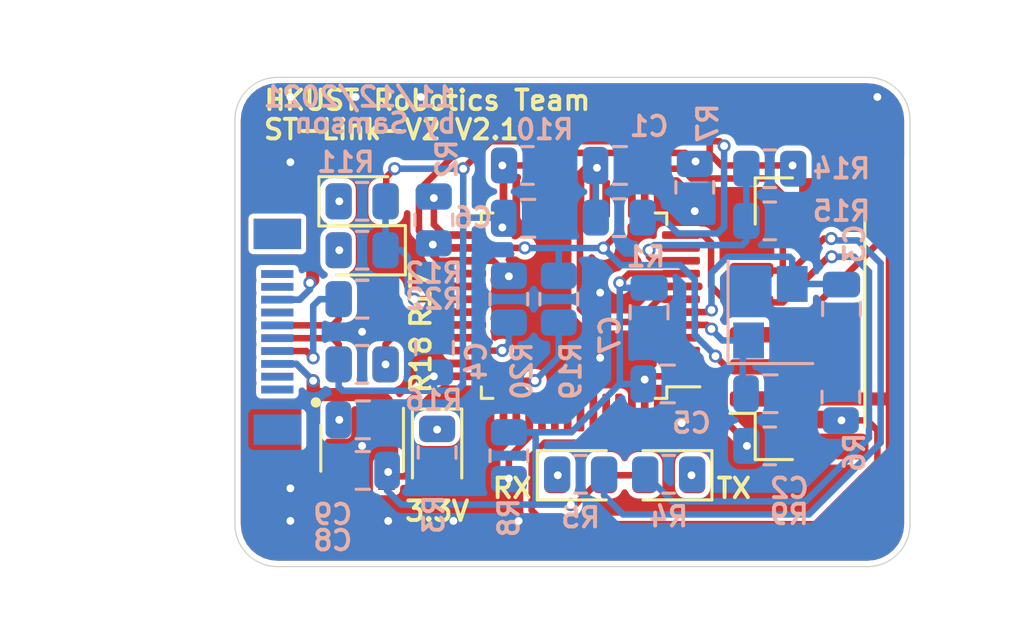
<source format=kicad_pcb>
(kicad_pcb (version 20171130) (host pcbnew "(5.1.10)-1")
  (layers (0 F.Cu signal) (31 B.Cu signal) (34 B.Paste user) (35 F.Paste user) (36 B.SilkS user) (37 F.SilkS user) (38 B.Mask user) (39 F.Mask user) (44 Edge.Cuts user))
  (net 0 "")
  (net 1 /NRST)
  (net 2 GND)
  (net 3 "Net-(C2-Pad1)")
  (net 4 "Net-(C3-Pad1)")
  (net 5 +3V3)
  (net 6 +5V)
  (net 7 "Net-(D1-Pad1)")
  (net 8 "Net-(D2-Pad1)")
  (net 9 "Net-(D3-Pad1)")
  (net 10 "Net-(D4-Pad2)")
  (net 11 "Net-(D5-Pad1)")
  (net 12 /TXD)
  (net 13 /RXD)
  (net 14 "Net-(R6-Pad1)")
  (net 15 "Net-(R7-Pad1)")
  (net 16 "Net-(R8-Pad1)")
  (net 17 "Net-(R9-Pad1)")
  (net 18 "Net-(R10-Pad1)")
  (net 19 /LED_STLINK)
  (net 20 "Net-(R14-Pad1)")
  (net 21 /D-)
  (net 22 /D+)
  (net 23 /ST_SWCLK)
  (net 24 /ST_SWDIO)
  (net 25 "Net-(U1-Pad4)")
  (net 26 "Net-(U1-Pad11)")
  (net 27 "Net-(U1-Pad14)")
  (net 28 "Net-(U1-Pad16)")
  (net 29 "Net-(U1-Pad17)")
  (net 30 "Net-(U1-Pad19)")
  (net 31 "Net-(U1-Pad22)")
  (net 32 "Net-(U1-Pad28)")
  (net 33 "Net-(U1-Pad29)")
  (net 34 "Net-(U1-Pad31)")
  (net 35 "Net-(U1-Pad40)")
  (net 36 "Net-(U1-Pad41)")
  (net 37 "Net-(U1-Pad42)")
  (net 38 "Net-(U1-Pad43)")
  (net 39 "Net-(U1-Pad45)")
  (net 40 "Net-(U1-Pad46)")
  (net 41 "Net-(U2-Pad4)")
  (net 42 /JTCK)
  (net 43 /JTMS)
  (net 44 "Net-(R2-Pad1)")
  (net 45 "Net-(U1-Pad38)")
  (net 46 "Net-(U1-Pad3)")
  (net 47 "Net-(P1-PadA7)")
  (net 48 "Net-(P1-PadA6)")
  (net 49 "Net-(P1-PadA5)")
  (net 50 "Net-(P1-PadB5)")
  (module HKUST_RT_CONN:JST_GH_SM06B-GHS-TB_1x06-1MP_P1.25mm_Horizontal (layer F.Cu) (at 143.002 89.535 90)
    (fp_text reference J1 hide)
    (fp_text value Conn_01x06)
    (pad MP smd roundrect (at 4.975 1.35 90) (size 1 2.7) (layers F.Cu F.Paste F.Mask))
    (pad MP smd roundrect (at -4.975 1.35 90) (size 1 2.7) (layers F.Cu F.Paste F.Mask))
    (pad 6 smd roundrect (at 3.125 -1.85 90) (size 0.6 1.7) (layers F.Cu F.Paste F.Mask) (net 2 GND))
    (pad 5 smd roundrect (at 1.875 -1.85 90) (size 0.6 1.7) (layers F.Cu F.Paste F.Mask) (net 13 /RXD))
    (pad 4 smd roundrect (at 0.625 -1.85 90) (size 0.6 1.7) (layers F.Cu F.Paste F.Mask) (net 12 /TXD))
    (pad 3 smd roundrect (at -0.625 -1.85 90) (size 0.6 1.7) (layers F.Cu F.Paste F.Mask) (net 43 /JTMS))
    (pad 2 smd roundrect (at -1.875 -1.85 90) (size 0.6 1.7) (layers F.Cu F.Paste F.Mask) (net 42 /JTCK))
    (pad 1 smd roundrect (at -3.125 -1.85 90) (size 0.6 1.7) (layers F.Cu F.Paste F.Mask) (net 6 +5V))
  )
  (module HKUST_RT_CONN:USB_C_MALE (layer F.Cu) (at 122.682 90.043 270)
    (fp_text reference P1 hide)
    (fp_text value USB_C_Plug_USB2.0)
    (pad B12 smd rect (at 2.75 0 270) (size 0.3 1.85) (layers B.Cu B.Paste B.Mask) (net 2 GND))
    (pad B11 smd rect (at 2.25 0 270) (size 0.3 1.25) (layers B.Cu B.Paste B.Mask))
    (pad B10 smd rect (at 1.75 0 270) (size 0.3 1.25) (layers B.Cu B.Paste B.Mask))
    (pad B9 smd rect (at 1.25 0 270) (size 0.3 1.25) (layers B.Cu B.Paste B.Mask) (net 6 +5V))
    (pad B8 smd rect (at 0.75 0 270) (size 0.3 1.25) (layers B.Cu B.Paste B.Mask))
    (pad B7 smd rect (at 0.25 0 270) (size 0.3 1.25) (layers B.Cu B.Paste B.Mask))
    (pad B6 smd rect (at -0.25 0 270) (size 0.3 1.25) (layers B.Cu B.Paste B.Mask))
    (pad B5 smd rect (at -0.75 0 270) (size 0.3 1.25) (layers B.Cu B.Paste B.Mask) (net 50 "Net-(P1-PadB5)"))
    (pad B4 smd rect (at -1.25 0 270) (size 0.3 1.25) (layers B.Cu B.Paste B.Mask) (net 6 +5V))
    (pad B3 smd rect (at -1.75 0 270) (size 0.3 1.25) (layers B.Cu B.Paste B.Mask))
    (pad B2 smd rect (at -2.25 0 270) (size 0.3 1.25) (layers B.Cu B.Paste B.Mask))
    (pad B1 smd rect (at -2.75 0 270) (size 0.3 1.85) (layers B.Cu B.Paste B.Mask) (net 2 GND))
    (pad S3 smd rect (at 3.81 0 270) (size 1.18 1.85) (layers B.Cu B.Paste B.Mask))
    (pad S4 smd rect (at -3.81 0 270) (size 1.18 1.85) (layers B.Cu B.Paste B.Mask))
    (pad A12 smd rect (at -2.75 0 270) (size 0.3 1.85) (layers F.Cu F.Paste F.Mask) (net 2 GND))
    (pad A11 smd rect (at -2.25 0 270) (size 0.3 1.25) (layers F.Cu F.Paste F.Mask))
    (pad A10 smd rect (at -1.75 0 270) (size 0.3 1.25) (layers F.Cu F.Paste F.Mask))
    (pad A9 smd rect (at -1.25 0 270) (size 0.3 1.25) (layers F.Cu F.Paste F.Mask) (net 6 +5V))
    (pad A8 smd rect (at -0.75 0 270) (size 0.3 1.25) (layers F.Cu F.Paste F.Mask))
    (pad A7 smd rect (at -0.25 0 270) (size 0.3 1.25) (layers F.Cu F.Paste F.Mask) (net 47 "Net-(P1-PadA7)"))
    (pad A6 smd rect (at 0.25 0 270) (size 0.3 1.25) (layers F.Cu F.Paste F.Mask) (net 48 "Net-(P1-PadA6)"))
    (pad A5 smd rect (at 0.75 0 270) (size 0.3 1.25) (layers F.Cu F.Paste F.Mask) (net 49 "Net-(P1-PadA5)"))
    (pad A4 smd rect (at 1.25 0 270) (size 0.3 1.25) (layers F.Cu F.Paste F.Mask) (net 6 +5V))
    (pad A3 smd rect (at 1.75 0 270) (size 0.3 1.25) (layers F.Cu F.Paste F.Mask))
    (pad A2 smd rect (at 2.25 0 270) (size 0.3 1.25) (layers F.Cu F.Paste F.Mask))
    (pad A1 smd rect (at 2.75 0 270) (size 0.3 1.85) (layers F.Cu F.Paste F.Mask) (net 2 GND))
    (pad S2 smd rect (at -3.81 0 270) (size 1.18 1.85) (layers F.Cu F.Paste F.Mask))
    (pad S1 smd rect (at 3.81 0 270) (size 1.18 1.85) (layers F.Cu F.Paste F.Mask) (net 2 GND))
  )
  (module HKUST_RT_RCL:Crystal_SMD_3225-4Pin_3.2x2.5mm (layer B.Cu) (at 141.884 89.281 90)
    (fp_text reference Y1 hide)
    (fp_text value 8Mhz)
    (pad 4 smd rect (at -1.1 0.85 90) (size 1.4 1.2) (layers B.Cu B.Paste B.Mask) (net 2 GND))
    (pad 3 smd rect (at 1.1 0.85 90) (size 1.4 1.2) (layers B.Cu B.Paste B.Mask) (net 4 "Net-(C3-Pad1)"))
    (pad 2 smd rect (at 1.1 -0.85 90) (size 1.4 1.2) (layers B.Cu B.Paste B.Mask) (net 2 GND))
    (pad 1 smd rect (at -1.1 -0.85 90) (size 1.4 1.2) (layers B.Cu B.Paste B.Mask) (net 3 "Net-(C2-Pad1)"))
  )
  (module HKUST_RT_IC:SOT-23-5 (layer F.Cu) (at 125.984 94.574 270)
    (fp_text reference U2 hide)
    (fp_text value LP5907MFX-3.3)
    (pad 1 smd rect (at -1.1 -0.95 270) (size 1.06 0.65) (layers F.Cu F.Paste F.Mask) (net 6 +5V))
    (pad 2 smd rect (at -1.1 0 270) (size 1.06 0.65) (layers F.Cu F.Paste F.Mask) (net 2 GND))
    (pad 3 smd rect (at -1.1 0.95 270) (size 1.06 0.65) (layers F.Cu F.Paste F.Mask) (net 6 +5V))
    (pad 4 smd rect (at 1.1 0.95 270) (size 1.06 0.65) (layers F.Cu F.Paste F.Mask) (net 41 "Net-(U2-Pad4)"))
    (pad 5 smd rect (at 1.1 -0.95 270) (size 1.06 0.65) (layers F.Cu F.Paste F.Mask) (net 5 +3V3))
  )
  (module HKUST_RT_IC:LQFP-48_7x7mm_P0.5mm (layer F.Cu) (at 134.239 89.027 180)
    (fp_text reference U1 hide)
    (fp_text value STM32F103CBTx)
    (pad 48 smd roundrect (at -2.75 -4.1625 180) (size 0.3 1.475) (layers F.Cu F.Paste F.Mask) (net 5 +3V3))
    (pad 47 smd roundrect (at -2.25 -4.1625 180) (size 0.3 1.475) (layers F.Cu F.Paste F.Mask) (net 2 GND))
    (pad 46 smd roundrect (at -1.75 -4.1625 180) (size 0.3 1.475) (layers F.Cu F.Paste F.Mask) (net 40 "Net-(U1-Pad46)"))
    (pad 45 smd roundrect (at -1.25 -4.1625 180) (size 0.3 1.475) (layers F.Cu F.Paste F.Mask) (net 39 "Net-(U1-Pad45)"))
    (pad 44 smd roundrect (at -0.75 -4.1625 180) (size 0.3 1.475) (layers F.Cu F.Paste F.Mask) (net 14 "Net-(R6-Pad1)"))
    (pad 43 smd roundrect (at -0.25 -4.1625 180) (size 0.3 1.475) (layers F.Cu F.Paste F.Mask) (net 38 "Net-(U1-Pad43)"))
    (pad 42 smd roundrect (at 0.25 -4.1625 180) (size 0.3 1.475) (layers F.Cu F.Paste F.Mask) (net 37 "Net-(U1-Pad42)"))
    (pad 41 smd roundrect (at 0.75 -4.1625 180) (size 0.3 1.475) (layers F.Cu F.Paste F.Mask) (net 36 "Net-(U1-Pad41)"))
    (pad 40 smd roundrect (at 1.25 -4.1625 180) (size 0.3 1.475) (layers F.Cu F.Paste F.Mask) (net 35 "Net-(U1-Pad40)"))
    (pad 39 smd roundrect (at 1.75 -4.1625 180) (size 0.3 1.475) (layers F.Cu F.Paste F.Mask) (net 16 "Net-(R8-Pad1)"))
    (pad 38 smd roundrect (at 2.25 -4.1625 180) (size 0.3 1.475) (layers F.Cu F.Paste F.Mask) (net 45 "Net-(U1-Pad38)"))
    (pad 37 smd roundrect (at 2.75 -4.1625 180) (size 0.3 1.475) (layers F.Cu F.Paste F.Mask) (net 23 /ST_SWCLK))
    (pad 36 smd roundrect (at 4.1625 -2.75 180) (size 1.475 0.3) (layers F.Cu F.Paste F.Mask) (net 5 +3V3))
    (pad 35 smd roundrect (at 4.1625 -2.25 180) (size 1.475 0.3) (layers F.Cu F.Paste F.Mask) (net 2 GND))
    (pad 34 smd roundrect (at 4.1625 -1.75 180) (size 1.475 0.3) (layers F.Cu F.Paste F.Mask) (net 24 /ST_SWDIO))
    (pad 33 smd roundrect (at 4.1625 -1.25 180) (size 1.475 0.3) (layers F.Cu F.Paste F.Mask) (net 22 /D+))
    (pad 32 smd roundrect (at 4.1625 -0.75 180) (size 1.475 0.3) (layers F.Cu F.Paste F.Mask) (net 21 /D-))
    (pad 31 smd roundrect (at 4.1625 -0.25 180) (size 1.475 0.3) (layers F.Cu F.Paste F.Mask) (net 34 "Net-(U1-Pad31)"))
    (pad 30 smd roundrect (at 4.1625 0.25 180) (size 1.475 0.3) (layers F.Cu F.Paste F.Mask) (net 19 /LED_STLINK))
    (pad 29 smd roundrect (at 4.1625 0.75 180) (size 1.475 0.3) (layers F.Cu F.Paste F.Mask) (net 33 "Net-(U1-Pad29)"))
    (pad 28 smd roundrect (at 4.1625 1.25 180) (size 1.475 0.3) (layers F.Cu F.Paste F.Mask) (net 32 "Net-(U1-Pad28)"))
    (pad 27 smd roundrect (at 4.1625 1.75 180) (size 1.475 0.3) (layers F.Cu F.Paste F.Mask) (net 43 /JTMS))
    (pad 26 smd roundrect (at 4.1625 2.25 180) (size 1.475 0.3) (layers F.Cu F.Paste F.Mask) (net 42 /JTCK))
    (pad 25 smd roundrect (at 4.1625 2.75 180) (size 1.475 0.3) (layers F.Cu F.Paste F.Mask) (net 44 "Net-(R2-Pad1)"))
    (pad 24 smd roundrect (at 2.75 4.1625 180) (size 0.3 1.475) (layers F.Cu F.Paste F.Mask) (net 5 +3V3))
    (pad 23 smd roundrect (at 2.25 4.1625 180) (size 0.3 1.475) (layers F.Cu F.Paste F.Mask) (net 2 GND))
    (pad 22 smd roundrect (at 1.75 4.1625 180) (size 0.3 1.475) (layers F.Cu F.Paste F.Mask) (net 31 "Net-(U1-Pad22)"))
    (pad 21 smd roundrect (at 1.25 4.1625 180) (size 0.3 1.475) (layers F.Cu F.Paste F.Mask) (net 18 "Net-(R10-Pad1)"))
    (pad 20 smd roundrect (at 0.75 4.1625 180) (size 0.3 1.475) (layers F.Cu F.Paste F.Mask) (net 15 "Net-(R7-Pad1)"))
    (pad 19 smd roundrect (at 0.25 4.1625 180) (size 0.3 1.475) (layers F.Cu F.Paste F.Mask) (net 30 "Net-(U1-Pad19)"))
    (pad 18 smd roundrect (at -0.25 4.1625 180) (size 0.3 1.475) (layers F.Cu F.Paste F.Mask) (net 1 /NRST))
    (pad 17 smd roundrect (at -0.75 4.1625 180) (size 0.3 1.475) (layers F.Cu F.Paste F.Mask) (net 29 "Net-(U1-Pad17)"))
    (pad 16 smd roundrect (at -1.25 4.1625 180) (size 0.3 1.475) (layers F.Cu F.Paste F.Mask) (net 28 "Net-(U1-Pad16)"))
    (pad 15 smd roundrect (at -1.75 4.1625 180) (size 0.3 1.475) (layers F.Cu F.Paste F.Mask) (net 42 /JTCK))
    (pad 14 smd roundrect (at -2.25 4.1625 180) (size 0.3 1.475) (layers F.Cu F.Paste F.Mask) (net 27 "Net-(U1-Pad14)"))
    (pad 13 smd roundrect (at -2.75 4.1625 180) (size 0.3 1.475) (layers F.Cu F.Paste F.Mask) (net 13 /RXD))
    (pad 12 smd roundrect (at -4.1625 2.75 180) (size 1.475 0.3) (layers F.Cu F.Paste F.Mask) (net 12 /TXD))
    (pad 11 smd roundrect (at -4.1625 2.25 180) (size 1.475 0.3) (layers F.Cu F.Paste F.Mask) (net 26 "Net-(U1-Pad11)"))
    (pad 10 smd roundrect (at -4.1625 1.75 180) (size 1.475 0.3) (layers F.Cu F.Paste F.Mask) (net 20 "Net-(R14-Pad1)"))
    (pad 9 smd roundrect (at -4.1625 1.25 180) (size 1.475 0.3) (layers F.Cu F.Paste F.Mask) (net 5 +3V3))
    (pad 8 smd roundrect (at -4.1625 0.75 180) (size 1.475 0.3) (layers F.Cu F.Paste F.Mask) (net 2 GND))
    (pad 7 smd roundrect (at -4.1625 0.25 180) (size 1.475 0.3) (layers F.Cu F.Paste F.Mask) (net 1 /NRST))
    (pad 6 smd roundrect (at -4.1625 -0.25 180) (size 1.475 0.3) (layers F.Cu F.Paste F.Mask) (net 4 "Net-(C3-Pad1)"))
    (pad 5 smd roundrect (at -4.1625 -0.75 180) (size 1.475 0.3) (layers F.Cu F.Paste F.Mask) (net 3 "Net-(C2-Pad1)"))
    (pad 4 smd roundrect (at -4.1625 -1.25 180) (size 1.475 0.3) (layers F.Cu F.Paste F.Mask) (net 25 "Net-(U1-Pad4)"))
    (pad 3 smd roundrect (at -4.1625 -1.75 180) (size 1.475 0.3) (layers F.Cu F.Paste F.Mask) (net 46 "Net-(U1-Pad3)"))
    (pad 2 smd roundrect (at -4.1625 -2.25 180) (size 1.475 0.3) (layers F.Cu F.Paste F.Mask) (net 17 "Net-(R9-Pad1)"))
    (pad 1 smd roundrect (at -4.1625 -2.75 180) (size 1.475 0.3) (layers F.Cu F.Paste F.Mask) (net 5 +3V3))
  )
  (module HKUST_RT_RCL:R_0805_2012Metric (layer B.Cu) (at 125.984 88.773)
    (fp_text reference R22 (at 2.794 0) (layer B.SilkS) (effects (font (size 0.762 0.762) (thickness 0.1524)) (justify mirror)))
    (fp_text value 5.1k)
    (pad 1 smd roundrect (at -0.9125 0) (size 1.025 1.4) (layers B.Cu B.Paste B.Mask) (roundrect_rratio 0.243902) (net 49 "Net-(P1-PadA5)"))
    (pad 2 smd roundrect (at 0.9125 0) (size 1.025 1.4) (layers B.Cu B.Paste B.Mask) (roundrect_rratio 0.243902) (net 2 GND))
  )
  (module HKUST_RT_RCL:R_0805_2012Metric (layer B.Cu) (at 131.699 88.773 90)
    (fp_text reference R20 (at -2.794 0.508 90) (layer B.SilkS) (effects (font (size 0.762 0.762) (thickness 0.1524)) (justify mirror)))
    (fp_text value 0R)
    (pad 1 smd roundrect (at -0.9125 0 90) (size 1.025 1.4) (layers B.Cu B.Paste B.Mask) (roundrect_rratio 0.243902) (net 24 /ST_SWDIO))
    (pad 2 smd roundrect (at 0.9125 0 90) (size 1.025 1.4) (layers B.Cu B.Paste B.Mask) (roundrect_rratio 0.243902) (net 43 /JTMS))
  )
  (module HKUST_RT_RCL:R_0805_2012Metric (layer B.Cu) (at 133.641 88.773 90)
    (fp_text reference R19 (at -2.794 0.471 90) (layer B.SilkS) (effects (font (size 0.762 0.762) (thickness 0.1524)) (justify mirror)))
    (fp_text value 0R)
    (pad 1 smd roundrect (at -0.9125 0 90) (size 1.025 1.4) (layers B.Cu B.Paste B.Mask) (roundrect_rratio 0.243902) (net 23 /ST_SWCLK))
    (pad 2 smd roundrect (at 0.9125 0 90) (size 1.025 1.4) (layers B.Cu B.Paste B.Mask) (roundrect_rratio 0.243902) (net 42 /JTCK))
  )
  (module HKUST_RT_RCL:R_0805_2012Metric (layer F.Cu) (at 125.984 91.313 180)
    (fp_text reference R18 (at -2.286 0 90) (layer F.SilkS) (effects (font (size 0.762 0.762) (thickness 0.1524))))
    (fp_text value 22R)
    (pad 1 smd roundrect (at -0.9125 0 180) (size 1.025 1.4) (layers F.Cu F.Paste F.Mask) (roundrect_rratio 0.243902) (net 22 /D+))
    (pad 2 smd roundrect (at 0.9125 0 180) (size 1.025 1.4) (layers F.Cu F.Paste F.Mask) (roundrect_rratio 0.243902) (net 48 "Net-(P1-PadA6)"))
  )
  (module HKUST_RT_RCL:R_0805_2012Metric (layer F.Cu) (at 125.984 88.773 180)
    (fp_text reference R17 (at -2.286 0 90) (layer F.SilkS) (effects (font (size 0.762 0.762) (thickness 0.1524))))
    (fp_text value 22R)
    (pad 1 smd roundrect (at -0.9125 0 180) (size 1.025 1.4) (layers F.Cu F.Paste F.Mask) (roundrect_rratio 0.243902) (net 21 /D-))
    (pad 2 smd roundrect (at 0.9125 0 180) (size 1.025 1.4) (layers F.Cu F.Paste F.Mask) (roundrect_rratio 0.243902) (net 47 "Net-(P1-PadA7)"))
  )
  (module HKUST_RT_RCL:R_0805_2012Metric (layer B.Cu) (at 125.984 91.313)
    (fp_text reference R16 (at 2.794 1.397) (layer B.SilkS) (effects (font (size 0.762 0.762) (thickness 0.1524)) (justify mirror)))
    (fp_text value 1.5k)
    (pad 1 smd roundrect (at -0.9125 0) (size 1.025 1.4) (layers B.Cu B.Paste B.Mask) (roundrect_rratio 0.243902) (net 5 +3V3))
    (pad 2 smd roundrect (at 0.9125 0) (size 1.025 1.4) (layers B.Cu B.Paste B.Mask) (roundrect_rratio 0.243902) (net 22 /D+))
  )
  (module HKUST_RT_RCL:R_0805_2012Metric (layer B.Cu) (at 141.859 85.725 180)
    (fp_text reference R15 (at -2.794 0.381) (layer B.SilkS) (effects (font (size 0.762 0.762) (thickness 0.1524)) (justify mirror)))
    (fp_text value 10k)
    (pad 1 smd roundrect (at -0.9125 0 180) (size 1.025 1.4) (layers B.Cu B.Paste B.Mask) (roundrect_rratio 0.243902) (net 2 GND))
    (pad 2 smd roundrect (at 0.9125 0 180) (size 1.025 1.4) (layers B.Cu B.Paste B.Mask) (roundrect_rratio 0.243902) (net 20 "Net-(R14-Pad1)"))
  )
  (module HKUST_RT_RCL:R_0805_2012Metric (layer B.Cu) (at 141.859 83.693)
    (fp_text reference R14 (at 2.794 0) (layer B.SilkS) (effects (font (size 0.762 0.762) (thickness 0.1524)) (justify mirror)))
    (fp_text value 10k)
    (pad 1 smd roundrect (at -0.9125 0) (size 1.025 1.4) (layers B.Cu B.Paste B.Mask) (roundrect_rratio 0.243902) (net 20 "Net-(R14-Pad1)"))
    (pad 2 smd roundrect (at 0.9125 0) (size 1.025 1.4) (layers B.Cu B.Paste B.Mask) (roundrect_rratio 0.243902) (net 5 +3V3))
  )
  (module HKUST_RT_RCL:R_0805_2012Metric (layer B.Cu) (at 125.984 86.868 180)
    (fp_text reference R12 (at -2.794 -0.889) (layer B.SilkS) (effects (font (size 0.762 0.762) (thickness 0.1524)) (justify mirror)))
    (fp_text value 1.5k)
    (pad 1 smd roundrect (at -0.9125 0 180) (size 1.025 1.4) (layers B.Cu B.Paste B.Mask) (roundrect_rratio 0.243902) (net 19 /LED_STLINK))
    (pad 2 smd roundrect (at 0.9125 0 180) (size 1.025 1.4) (layers B.Cu B.Paste B.Mask) (roundrect_rratio 0.243902) (net 10 "Net-(D4-Pad2)"))
  )
  (module HKUST_RT_RCL:R_0805_2012Metric (layer B.Cu) (at 125.984 84.963)
    (fp_text reference R11 (at -0.635 -1.524) (layer B.SilkS) (effects (font (size 0.762 0.762) (thickness 0.1524)) (justify mirror)))
    (fp_text value 1.5k)
    (pad 1 smd roundrect (at -0.9125 0) (size 1.025 1.4) (layers B.Cu B.Paste B.Mask) (roundrect_rratio 0.243902) (net 11 "Net-(D5-Pad1)"))
    (pad 2 smd roundrect (at 0.9125 0) (size 1.025 1.4) (layers B.Cu B.Paste B.Mask) (roundrect_rratio 0.243902) (net 19 /LED_STLINK))
  )
  (module HKUST_RT_RCL:R_0805_2012Metric (layer B.Cu) (at 132.424 83.566)
    (fp_text reference R10 (at 0.672 -1.397) (layer B.SilkS) (effects (font (size 0.762 0.762) (thickness 0.1524)) (justify mirror)))
    (fp_text value 10k)
    (pad 1 smd roundrect (at -0.9125 0) (size 1.025 1.4) (layers B.Cu B.Paste B.Mask) (roundrect_rratio 0.243902) (net 18 "Net-(R10-Pad1)"))
    (pad 2 smd roundrect (at 0.9125 0) (size 1.025 1.4) (layers B.Cu B.Paste B.Mask) (roundrect_rratio 0.243902) (net 2 GND))
  )
  (module HKUST_RT_RCL:R_0805_2012Metric (layer B.Cu) (at 141.859 94.488)
    (fp_text reference R9 (at 0.762 2.667) (layer B.SilkS) (effects (font (size 0.762 0.762) (thickness 0.1524)) (justify mirror)))
    (fp_text value 10k)
    (pad 1 smd roundrect (at -0.9125 0) (size 1.025 1.4) (layers B.Cu B.Paste B.Mask) (roundrect_rratio 0.243902) (net 17 "Net-(R9-Pad1)"))
    (pad 2 smd roundrect (at 0.9125 0) (size 1.025 1.4) (layers B.Cu B.Paste B.Mask) (roundrect_rratio 0.243902) (net 2 GND))
  )
  (module HKUST_RT_RCL:R_0805_2012Metric (layer B.Cu) (at 131.699 94.869 90)
    (fp_text reference R8 (at -2.413 0 270) (layer B.SilkS) (effects (font (size 0.762 0.762) (thickness 0.1524)) (justify mirror)))
    (fp_text value 4.7k)
    (pad 1 smd roundrect (at -0.9125 0 90) (size 1.025 1.4) (layers B.Cu B.Paste B.Mask) (roundrect_rratio 0.243902) (net 16 "Net-(R8-Pad1)"))
    (pad 2 smd roundrect (at 0.9125 0 90) (size 1.025 1.4) (layers B.Cu B.Paste B.Mask) (roundrect_rratio 0.243902) (net 5 +3V3))
  )
  (module HKUST_RT_RCL:R_0805_2012Metric (layer B.Cu) (at 138.938 84.418 270)
    (fp_text reference R7 (at -2.503 -0.508 90) (layer B.SilkS) (effects (font (size 0.762 0.762) (thickness 0.1524)) (justify mirror)))
    (fp_text value 10k)
    (pad 1 smd roundrect (at -0.9125 0 270) (size 1.025 1.4) (layers B.Cu B.Paste B.Mask) (roundrect_rratio 0.243902) (net 15 "Net-(R7-Pad1)"))
    (pad 2 smd roundrect (at 0.9125 0 270) (size 1.025 1.4) (layers B.Cu B.Paste B.Mask) (roundrect_rratio 0.243902) (net 2 GND))
  )
  (module HKUST_RT_RCL:R_0805_2012Metric (layer B.Cu) (at 144.628 92.583 90)
    (fp_text reference R6 (at -2.159 0.533 90) (layer B.SilkS) (effects (font (size 0.762 0.762) (thickness 0.1524)) (justify mirror)))
    (fp_text value 10k)
    (pad 1 smd roundrect (at -0.9125 0 90) (size 1.025 1.4) (layers B.Cu B.Paste B.Mask) (roundrect_rratio 0.243902) (net 14 "Net-(R6-Pad1)"))
    (pad 2 smd roundrect (at 0.9125 0 90) (size 1.025 1.4) (layers B.Cu B.Paste B.Mask) (roundrect_rratio 0.243902) (net 2 GND))
  )
  (module HKUST_RT_RCL:R_0805_2012Metric (layer B.Cu) (at 134.493 95.594 180)
    (fp_text reference R5 (at 0 -1.688) (layer B.SilkS) (effects (font (size 0.762 0.762) (thickness 0.1524)) (justify mirror)))
    (fp_text value 1.5k)
    (pad 1 smd roundrect (at -0.9125 0 180) (size 1.025 1.4) (layers B.Cu B.Paste B.Mask) (roundrect_rratio 0.243902) (net 13 /RXD))
    (pad 2 smd roundrect (at 0.9125 0 180) (size 1.025 1.4) (layers B.Cu B.Paste B.Mask) (roundrect_rratio 0.243902) (net 9 "Net-(D3-Pad1)"))
  )
  (module HKUST_RT_RCL:R_0805_2012Metric (layer B.Cu) (at 137.922 95.594)
    (fp_text reference R4 (at 0 1.65) (layer B.SilkS) (effects (font (size 0.762 0.762) (thickness 0.1524)) (justify mirror)))
    (fp_text value 1.5k)
    (pad 1 smd roundrect (at -0.9125 0) (size 1.025 1.4) (layers B.Cu B.Paste B.Mask) (roundrect_rratio 0.243902) (net 12 /TXD))
    (pad 2 smd roundrect (at 0.9125 0) (size 1.025 1.4) (layers B.Cu B.Paste B.Mask) (roundrect_rratio 0.243902) (net 8 "Net-(D2-Pad1)"))
  )
  (module HKUST_RT_RCL:R_0805_2012Metric (layer B.Cu) (at 128.905 94.742 90)
    (fp_text reference R3 (at -2.413 -0.127 270) (layer B.SilkS) (effects (font (size 0.762 0.762) (thickness 0.1524)) (justify mirror)))
    (fp_text value 1.5k)
    (pad 1 smd roundrect (at -0.9125 0 90) (size 1.025 1.4) (layers B.Cu B.Paste B.Mask) (roundrect_rratio 0.243902) (net 2 GND))
    (pad 2 smd roundrect (at 0.9125 0 90) (size 1.025 1.4) (layers B.Cu B.Paste B.Mask) (roundrect_rratio 0.243902) (net 7 "Net-(D1-Pad1)"))
  )
  (module HKUST_RT_RCL:R_0805_2012Metric (layer B.Cu) (at 128.778 85.688 270)
    (fp_text reference R2 (at -2.376 -0.508 90) (layer B.SilkS) (effects (font (size 0.762 0.762) (thickness 0.1524)) (justify mirror)))
    (fp_text value 100R)
    (pad 2 smd roundrect (at 0.9125 0 270) (size 1.025 1.4) (layers B.Cu B.Paste B.Mask) (roundrect_rratio 0.243902) (net 43 /JTMS))
    (pad 1 smd roundrect (at -0.9125 0 270) (size 1.025 1.4) (layers B.Cu B.Paste B.Mask) (roundrect_rratio 0.243902) (net 44 "Net-(R2-Pad1)"))
  )
  (module HKUST_RT_RCL:R_0805_2012Metric (layer B.Cu) (at 135.997 85.598)
    (fp_text reference R1 (at 1.036 1.524) (layer B.SilkS) (effects (font (size 0.762 0.762) (thickness 0.1524)) (justify mirror)))
    (fp_text value 100k)
    (pad 1 smd roundrect (at -0.9125 0) (size 1.025 1.4) (layers B.Cu B.Paste B.Mask) (roundrect_rratio 0.243902) (net 1 /NRST))
    (pad 2 smd roundrect (at 0.9125 0) (size 1.025 1.4) (layers B.Cu B.Paste B.Mask) (roundrect_rratio 0.243902) (net 5 +3V3))
  )
  (module HKUST_RT_BJT:LED_0805_2012Metric (layer F.Cu) (at 125.984 84.963)
    (fp_text reference D5 hide)
    (fp_text value LED_Small)
    (pad 2 smd roundrect (at 0.9375 0) (size 0.975 1.4) (layers F.Cu F.Paste F.Mask) (net 5 +3V3))
    (pad 1 smd roundrect (at -0.9375 0) (size 0.975 1.4) (layers F.Cu F.Paste F.Mask) (net 11 "Net-(D5-Pad1)"))
  )
  (module HKUST_RT_BJT:LED_0805_2012Metric (layer F.Cu) (at 125.984 86.868 180)
    (fp_text reference D4 hide)
    (fp_text value LED_Small)
    (pad 2 smd roundrect (at 0.9375 0 180) (size 0.975 1.4) (layers F.Cu F.Paste F.Mask) (net 10 "Net-(D4-Pad2)"))
    (pad 1 smd roundrect (at -0.9375 0 180) (size 0.975 1.4) (layers F.Cu F.Paste F.Mask) (net 2 GND))
  )
  (module HKUST_RT_BJT:LED_0805_2012Metric (layer F.Cu) (at 134.493 95.631)
    (fp_text reference D3 hide)
    (fp_text value RX)
    (pad 1 smd roundrect (at -0.9375 0) (size 0.975 1.4) (layers F.Cu F.Paste F.Mask) (net 9 "Net-(D3-Pad1)"))
    (pad 2 smd roundrect (at 0.9375 0) (size 0.975 1.4) (layers F.Cu F.Paste F.Mask) (net 5 +3V3))
  )
  (module HKUST_RT_BJT:LED_0805_2012Metric (layer F.Cu) (at 137.922 95.631 180)
    (fp_text reference D2 hide)
    (fp_text value TX)
    (pad 1 smd roundrect (at -0.9375 0 180) (size 0.975 1.4) (layers F.Cu F.Paste F.Mask) (net 8 "Net-(D2-Pad1)"))
    (pad 2 smd roundrect (at 0.9375 0 180) (size 0.975 1.4) (layers F.Cu F.Paste F.Mask) (net 5 +3V3))
  )
  (module HKUST_RT_BJT:LED_0805_2012Metric (layer F.Cu) (at 128.905 94.7365 270)
    (fp_text reference D1 hide)
    (fp_text value 3.3V)
    (pad 1 smd roundrect (at -0.9375 0 270) (size 0.975 1.4) (layers F.Cu F.Paste F.Mask) (net 7 "Net-(D1-Pad1)"))
    (pad 2 smd roundrect (at 0.9375 0 270) (size 0.975 1.4) (layers F.Cu F.Paste F.Mask) (net 5 +3V3))
  )
  (module HKUST_RT_RCL:C_0805_2012Metric (layer B.Cu) (at 126.009 95.442 180)
    (fp_text reference C9 (at 1.168 -1.713 180) (layer B.SilkS) (effects (font (size 0.762 0.762) (thickness 0.1524)) (justify mirror)))
    (fp_text value 1uF)
    (pad 1 smd roundrect (at -0.95 0 180) (size 1 1.45) (layers B.Cu B.Paste B.Mask) (net 5 +3V3))
    (pad 2 smd roundrect (at 0.95 0 180) (size 1 1.45) (layers B.Cu B.Paste B.Mask) (net 2 GND))
  )
  (module HKUST_RT_RCL:C_0805_2012Metric (layer B.Cu) (at 126.009 93.472)
    (fp_text reference C8 (at -1.168 4.699 180) (layer B.SilkS) (effects (font (size 0.762 0.762) (thickness 0.1524)) (justify mirror)))
    (fp_text value 1uF)
    (pad 1 smd roundrect (at -0.95 0) (size 1 1.45) (layers B.Cu B.Paste B.Mask) (net 6 +5V))
    (pad 2 smd roundrect (at 0.95 0) (size 1 1.45) (layers B.Cu B.Paste B.Mask) (net 2 GND))
  )
  (module HKUST_RT_RCL:C_0805_2012Metric (layer B.Cu) (at 137.16 89.281 270)
    (fp_text reference C7 (at 0.889 1.524 90) (layer B.SilkS) (effects (font (size 0.762 0.762) (thickness 0.1524)) (justify mirror)))
    (fp_text value 100nF)
    (pad 2 smd roundrect (at 0.95 0 270) (size 1 1.45) (layers B.Cu B.Paste B.Mask) (net 2 GND))
    (pad 1 smd roundrect (at -0.95 0 270) (size 1 1.45) (layers B.Cu B.Paste B.Mask) (net 5 +3V3))
  )
  (module HKUST_RT_RCL:C_0805_2012Metric (layer B.Cu) (at 132.449 85.623)
    (fp_text reference C6 (at -2.147 -0.025) (layer B.SilkS) (effects (font (size 0.762 0.762) (thickness 0.1524)) (justify mirror)))
    (fp_text value 100nF)
    (pad 1 smd roundrect (at -0.95 0) (size 1 1.45) (layers B.Cu B.Paste B.Mask) (net 5 +3V3))
    (pad 2 smd roundrect (at 0.95 0) (size 1 1.45) (layers B.Cu B.Paste B.Mask) (net 2 GND))
  )
  (module HKUST_RT_RCL:C_0805_2012Metric (layer B.Cu) (at 137.885 92.075)
    (fp_text reference C5 (at 0.926 1.524) (layer B.SilkS) (effects (font (size 0.762 0.762) (thickness 0.1524)) (justify mirror)))
    (fp_text value 100nF)
    (pad 1 smd roundrect (at -0.95 0) (size 1 1.45) (layers B.Cu B.Paste B.Mask) (net 5 +3V3))
    (pad 2 smd roundrect (at 0.95 0) (size 1 1.45) (layers B.Cu B.Paste B.Mask) (net 2 GND))
  )
  (module HKUST_RT_RCL:C_0805_2012Metric (layer B.Cu) (at 128.803 90.678 90)
    (fp_text reference C4 (at -0.508 1.626 270) (layer B.SilkS) (effects (font (size 0.762 0.762) (thickness 0.1524)) (justify mirror)))
    (fp_text value 100nF)
    (pad 1 smd roundrect (at -0.95 0 90) (size 1 1.45) (layers B.Cu B.Paste B.Mask) (net 5 +3V3))
    (pad 2 smd roundrect (at 0.95 0 90) (size 1 1.45) (layers B.Cu B.Paste B.Mask) (net 2 GND))
  )
  (module HKUST_RT_RCL:C_0805_2012Metric (layer B.Cu) (at 144.653 89.154 270)
    (fp_text reference C3 (at -2.54 -0.508 90) (layer B.SilkS) (effects (font (size 0.762 0.762) (thickness 0.1524)) (justify mirror)))
    (fp_text value 22pF)
    (pad 1 smd roundrect (at -0.95 0 270) (size 1 1.45) (layers B.Cu B.Paste B.Mask) (net 4 "Net-(C3-Pad1)"))
    (pad 2 smd roundrect (at 0.95 0 270) (size 1 1.45) (layers B.Cu B.Paste B.Mask) (net 2 GND))
  )
  (module HKUST_RT_RCL:C_0805_2012Metric (layer B.Cu) (at 141.884 92.456)
    (fp_text reference C2 (at 0.737 3.683) (layer B.SilkS) (effects (font (size 0.762 0.762) (thickness 0.1524)) (justify mirror)))
    (fp_text value 22pF)
    (pad 1 smd roundrect (at -0.95 0) (size 1 1.45) (layers B.Cu B.Paste B.Mask) (net 3 "Net-(C2-Pad1)"))
    (pad 2 smd roundrect (at 0.95 0) (size 1 1.45) (layers B.Cu B.Paste B.Mask) (net 2 GND))
  )
  (module HKUST_RT_RCL:C_0805_2012Metric (layer B.Cu) (at 136.022 83.566)
    (fp_text reference C1 (at 1.138 -1.524) (layer B.SilkS) (effects (font (size 0.762 0.762) (thickness 0.1524)) (justify mirror)))
    (fp_text value 100nF)
    (pad 1 smd roundrect (at -0.95 0) (size 1 1.45) (layers B.Cu B.Paste B.Mask) (net 1 /NRST))
    (pad 2 smd roundrect (at 0.95 0) (size 1 1.45) (layers B.Cu B.Paste B.Mask) (net 2 GND))
  )
  (gr_text 11/12/2021 (at 125.857 80.899) (layer B.SilkS) (effects (font (size 0.762 0.762) (thickness 0.1524)) (justify mirror)))
  (gr_text "by Samson" (at 126.492 81.915) (layer B.SilkS) (effects (font (size 0.762 0.762) (thickness 0.1524)) (justify mirror)))
  (gr_text "ST-Link-V2 V2.1" (at 127.127 82.169) (layer F.SilkS) (effects (font (size 0.762 0.762) (thickness 0.1524))))
  (gr_text "HKUST Robotics Team" (at 128.524 81.026) (layer F.SilkS) (effects (font (size 0.762 0.762) (thickness 0.1524))))
  (gr_text RX (at 131.826 96.139) (layer F.SilkS) (effects (font (size 0.762 0.762) (thickness 0.1524))))
  (gr_text TX (at 140.462 96.139) (layer F.SilkS) (effects (font (size 0.762 0.762) (thickness 0.1524))))
  (gr_text 3.3V (at 128.905 97.028) (layer F.SilkS) (effects (font (size 0.762 0.762) (thickness 0.1524))))
  (gr_line (start 121.031 97.536) (end 121.031 81.788) (layer Edge.Cuts) (width 0.05))
  (gr_arc (start 122.682 81.788) (end 122.682 80.137) (angle -90) (layer Edge.Cuts) (width 0.05))
  (gr_line (start 147.32 97.536) (end 147.32 81.788) (layer Edge.Cuts) (width 0.05))
  (gr_arc (start 145.669 81.788) (end 147.32 81.788) (angle -90) (layer Edge.Cuts) (width 0.05))
  (gr_arc (start 145.669 97.536) (end 145.669 99.187) (angle -90) (layer Edge.Cuts) (width 0.05))
  (gr_arc (start 122.682 97.536) (end 121.031 97.536) (angle -90) (layer Edge.Cuts) (width 0.05))
  (gr_line (start 145.669 80.137) (end 122.682 80.137) (layer Edge.Cuts) (width 0.05))
  (gr_line (start 122.682 99.187) (end 145.669 99.187) (layer Edge.Cuts) (width 0.05))
  (segment (start 134.676742 83.658032) (end 135.127984 83.658032) (width 0.254) (layer F.Cu) (net 1))
  (segment (start 135.1595 83.597516) (end 135.1595 83.626516) (width 0.254) (layer B.Cu) (net 1))
  (segment (start 135.1595 83.626516) (end 135.127984 83.658032) (width 0.254) (layer B.Cu) (net 1))
  (segment (start 134.489 83.845774) (end 134.676742 83.658032) (width 0.254) (layer F.Cu) (net 1))
  (segment (start 135.0845 85.598) (end 135.0845 83.701516) (width 0.254) (layer B.Cu) (net 1))
  (segment (start 134.489 84.8645) (end 134.489 83.845774) (width 0.254) (layer F.Cu) (net 1))
  (segment (start 135.0845 83.701516) (end 135.127984 83.658032) (width 0.254) (layer B.Cu) (net 1))
  (via (at 135.127984 83.658032) (size 0.508) (drill 0.3048) (layers F.Cu B.Cu) (net 1))
  (segment (start 134.46601 84.88749) (end 134.489 84.8645) (width 0.254) (layer F.Cu) (net 1))
  (segment (start 134.46601 89.154) (end 134.46601 84.88749) (width 0.254) (layer F.Cu) (net 1))
  (segment (start 134.97401 89.662) (end 134.46601 89.154) (width 0.254) (layer F.Cu) (net 1))
  (segment (start 137.537 88.777) (end 136.652 89.662) (width 0.254) (layer F.Cu) (net 1))
  (segment (start 136.652 89.662) (end 134.97401 89.662) (width 0.254) (layer F.Cu) (net 1))
  (segment (start 138.4015 88.777) (end 137.537 88.777) (width 0.254) (layer F.Cu) (net 1))
  (via (at 138.938 85.344) (size 0.508) (drill 0.3048) (layers F.Cu B.Cu) (net 2))
  (via (at 125.984 94.488) (size 0.508) (drill 0.3048) (layers F.Cu B.Cu) (net 2))
  (via (at 125.984 90.043) (size 0.508) (drill 0.3048) (layers F.Cu B.Cu) (net 2))
  (via (at 123.19 97.409) (size 0.508) (drill 0.3048) (layers F.Cu B.Cu) (net 2))
  (via (at 123.19 96.139) (size 0.508) (drill 0.3048) (layers F.Cu B.Cu) (net 2))
  (via (at 127 97.409) (size 0.508) (drill 0.3048) (layers F.Cu B.Cu) (net 2))
  (via (at 129.54 97.409) (size 0.508) (drill 0.3048) (layers F.Cu B.Cu) (net 2))
  (via (at 132.08 97.409) (size 0.508) (drill 0.3048) (layers F.Cu B.Cu) (net 2))
  (via (at 138.43 93.599) (size 0.508) (drill 0.3048) (layers F.Cu B.Cu) (net 2))
  (via (at 135.255 91.059) (size 0.508) (drill 0.3048) (layers F.Cu B.Cu) (net 2))
  (via (at 123.19 80.899) (size 0.508) (drill 0.3048) (layers F.Cu B.Cu) (net 2))
  (via (at 123.19 83.439) (size 0.508) (drill 0.3048) (layers F.Cu B.Cu) (net 2))
  (via (at 125.73 80.899) (size 0.508) (drill 0.3048) (layers F.Cu B.Cu) (net 2))
  (via (at 128.27 80.899) (size 0.508) (drill 0.3048) (layers F.Cu B.Cu) (net 2))
  (via (at 146.05 80.899) (size 0.508) (drill 0.3048) (layers F.Cu B.Cu) (net 2))
  (via (at 135.255 88.519) (size 0.508) (drill 0.3048) (layers F.Cu B.Cu) (net 2))
  (segment (start 140.807 92.456) (end 140.807 90.969013) (width 0.254) (layer B.Cu) (net 3))
  (via (at 139.58921 89.936488) (size 0.508) (drill 0.3048) (layers F.Cu B.Cu) (net 3))
  (segment (start 138.4015 89.777) (end 139.413524 89.777) (width 0.254) (layer F.Cu) (net 3))
  (segment (start 139.413524 89.777) (end 139.573012 89.936488) (width 0.254) (layer F.Cu) (net 3))
  (segment (start 141.034 90.381) (end 140.017524 90.381) (width 0.254) (layer B.Cu) (net 3))
  (segment (start 140.017524 90.381) (end 139.573012 89.936488) (width 0.254) (layer B.Cu) (net 3))
  (segment (start 144.526 88.204) (end 144.503 88.181) (width 0.254) (layer B.Cu) (net 4))
  (segment (start 144.63 88.181) (end 144.653 88.204) (width 0.254) (layer B.Cu) (net 4))
  (segment (start 142.734 88.181) (end 144.63 88.181) (width 0.254) (layer B.Cu) (net 4))
  (via (at 139.58921 89.196675) (size 0.508) (drill 0.3048) (layers F.Cu B.Cu) (net 4))
  (segment (start 139.508885 89.277) (end 139.58921 89.196675) (width 0.254) (layer F.Cu) (net 4))
  (segment (start 138.4015 89.277) (end 139.508885 89.277) (width 0.254) (layer F.Cu) (net 4))
  (segment (start 142.734 87.227) (end 142.629 87.122) (width 0.254) (layer B.Cu) (net 4))
  (segment (start 142.629 87.122) (end 140.215067 87.122001) (width 0.254) (layer B.Cu) (net 4))
  (segment (start 142.734 88.181) (end 142.734 87.227) (width 0.254) (layer B.Cu) (net 4))
  (segment (start 140.215067 87.122001) (end 139.58921 87.747858) (width 0.254) (layer B.Cu) (net 4))
  (segment (start 139.58921 87.747858) (end 139.58921 89.196675) (width 0.254) (layer B.Cu) (net 4))
  (via (at 127 95.504) (size 0.508) (drill 0.3048) (layers F.Cu B.Cu) (net 5))
  (segment (start 128.905 95.674) (end 127.719 95.674) (width 0.254) (layer F.Cu) (net 5))
  (segment (start 127.719 95.674) (end 126.934 95.674) (width 0.254) (layer F.Cu) (net 5))
  (segment (start 128.778018 91.777) (end 128.778 91.777018) (width 0.254) (layer F.Cu) (net 5))
  (segment (start 127.719 95.674) (end 127.719 92.836018) (width 0.254) (layer F.Cu) (net 5))
  (segment (start 130.0765 91.777) (end 128.778018 91.777) (width 0.254) (layer F.Cu) (net 5))
  (segment (start 128.803 91.501) (end 128.803 91.752018) (width 0.254) (layer B.Cu) (net 5))
  (segment (start 128.803 91.752018) (end 128.778 91.777018) (width 0.254) (layer B.Cu) (net 5))
  (segment (start 127.719 92.836018) (end 128.778 91.777018) (width 0.254) (layer F.Cu) (net 5))
  (via (at 128.778 91.777018) (size 0.508) (drill 0.3048) (layers F.Cu B.Cu) (net 5))
  (segment (start 125.23301 92.34001) (end 128.63999 92.34001) (width 0.254) (layer B.Cu) (net 5))
  (segment (start 125.0715 92.1785) (end 125.23301 92.34001) (width 0.254) (layer B.Cu) (net 5))
  (segment (start 125.0715 91.313) (end 125.0715 92.1785) (width 0.254) (layer B.Cu) (net 5))
  (segment (start 135.4305 95.631) (end 136.9845 95.631) (width 0.254) (layer F.Cu) (net 5))
  (segment (start 128.63999 92.34001) (end 128.78901 92.34001) (width 0.254) (layer B.Cu) (net 5))
  (segment (start 128.78901 91.64199) (end 128.803 91.628) (width 0.254) (layer B.Cu) (net 5))
  (segment (start 128.78901 92.34001) (end 128.78901 91.64199) (width 0.254) (layer B.Cu) (net 5))
  (segment (start 136.9845 93.194) (end 136.989 93.1895) (width 0.254) (layer F.Cu) (net 5))
  (segment (start 136.9845 91.7065) (end 136.9845 91.7065) (width 0.254) (layer B.Cu) (net 5))
  (via (at 131.445 85.979) (size 0.508) (drill 0.3048) (layers F.Cu B.Cu) (net 5))
  (segment (start 131.489 85.935) (end 131.445 85.979) (width 0.254) (layer F.Cu) (net 5))
  (segment (start 131.489 84.8645) (end 131.489 85.935) (width 0.254) (layer F.Cu) (net 5))
  (segment (start 131.48501 85.60901) (end 131.499 85.623) (width 0.254) (layer B.Cu) (net 5))
  (segment (start 131.474 85.598) (end 131.499 85.623) (width 0.254) (layer B.Cu) (net 5))
  (segment (start 129.921 85.598) (end 131.474 85.598) (width 0.254) (layer B.Cu) (net 5))
  (via (at 127.254 83.693) (size 0.508) (drill 0.3048) (layers F.Cu B.Cu) (net 5))
  (segment (start 126.9215 84.0255) (end 127.254 83.693) (width 0.254) (layer F.Cu) (net 5))
  (segment (start 126.9215 84.963) (end 126.9215 84.0255) (width 0.254) (layer F.Cu) (net 5))
  (segment (start 129.921 85.598) (end 129.921 84.201) (width 0.254) (layer B.Cu) (net 5))
  (segment (start 129.921 83.82) (end 129.921 84.201) (width 0.254) (layer B.Cu) (net 5))
  (segment (start 129.921 83.693) (end 129.921 83.82) (width 0.254) (layer B.Cu) (net 5))
  (segment (start 129.921 83.566) (end 129.921 83.693) (width 0.254) (layer B.Cu) (net 5))
  (via (at 136.989 91.904) (size 0.508) (drill 0.3048) (layers F.Cu B.Cu) (net 5))
  (segment (start 136.972 91.694) (end 136.989 91.711) (width 0.254) (layer B.Cu) (net 5))
  (segment (start 136.989 91.711) (end 136.989 91.904) (width 0.254) (layer B.Cu) (net 5))
  (segment (start 137.116 91.777) (end 136.989 91.904) (width 0.254) (layer F.Cu) (net 5))
  (segment (start 138.4015 91.777) (end 137.116 91.777) (width 0.254) (layer F.Cu) (net 5))
  (segment (start 136.989 93.1895) (end 136.989 91.904) (width 0.254) (layer F.Cu) (net 5))
  (segment (start 129.921 86.97298) (end 129.921 85.598) (width 0.254) (layer B.Cu) (net 5))
  (segment (start 129.90999 86.98399) (end 129.921 86.97298) (width 0.254) (layer B.Cu) (net 5))
  (segment (start 129.90999 92.08601) (end 129.90999 86.98399) (width 0.254) (layer B.Cu) (net 5))
  (segment (start 129.65599 92.34001) (end 129.90999 92.08601) (width 0.254) (layer B.Cu) (net 5))
  (segment (start 128.78901 92.34001) (end 129.65599 92.34001) (width 0.254) (layer B.Cu) (net 5))
  (via (at 129.921 83.693) (size 0.508) (drill 0.3048) (layers F.Cu B.Cu) (net 5))
  (segment (start 127.254 83.693) (end 129.921 83.693) (width 0.254) (layer B.Cu) (net 5))
  (via (at 142.748 83.566) (size 0.508) (drill 0.3048) (layers F.Cu B.Cu) (net 5))
  (segment (start 129.921 83.693) (end 130.990989 82.623011) (width 0.254) (layer F.Cu) (net 5))
  (segment (start 130.990989 82.623011) (end 138.503011 82.623011) (width 0.254) (layer F.Cu) (net 5))
  (segment (start 139.041567 82.623011) (end 138.503011 82.623011) (width 0.254) (layer F.Cu) (net 5))
  (segment (start 142.748 83.566) (end 139.984556 83.566) (width 0.254) (layer F.Cu) (net 5))
  (segment (start 131.699 93.9565) (end 132.46349 93.9565) (width 0.254) (layer B.Cu) (net 5))
  (segment (start 136.271 92.075) (end 136.935 92.075) (width 0.254) (layer B.Cu) (net 5))
  (segment (start 136.017 92.075) (end 136.271 92.075) (width 0.254) (layer B.Cu) (net 5))
  (segment (start 126.959 96.225) (end 126.959 95.442) (width 0.254) (layer B.Cu) (net 5))
  (segment (start 127.508 96.774) (end 126.959 96.225) (width 0.254) (layer B.Cu) (net 5))
  (segment (start 132.715 96.774) (end 127.508 96.774) (width 0.254) (layer B.Cu) (net 5))
  (segment (start 134.1355 93.9565) (end 136.017 92.075) (width 0.254) (layer B.Cu) (net 5))
  (segment (start 132.74099 96.74801) (end 132.715 96.774) (width 0.254) (layer B.Cu) (net 5))
  (segment (start 132.7385 94.23151) (end 132.74099 94.234) (width 0.254) (layer B.Cu) (net 5))
  (segment (start 132.7385 93.9565) (end 132.7385 94.23151) (width 0.254) (layer B.Cu) (net 5))
  (segment (start 132.74099 94.234) (end 132.74099 96.74801) (width 0.254) (layer B.Cu) (net 5))
  (segment (start 132.46349 93.9565) (end 132.7385 93.9565) (width 0.254) (layer B.Cu) (net 5))
  (segment (start 132.7385 93.9565) (end 134.1355 93.9565) (width 0.254) (layer B.Cu) (net 5))
  (segment (start 138.4015 87.777) (end 136.378 87.777) (width 0.254) (layer F.Cu) (net 5))
  (segment (start 136.378 87.777) (end 136.017 88.138) (width 0.254) (layer F.Cu) (net 5))
  (via (at 136.017 88.138) (size 0.508) (drill 0.3048) (layers F.Cu B.Cu) (net 5))
  (segment (start 136.078 88.331) (end 136.017 88.392) (width 0.254) (layer B.Cu) (net 5))
  (segment (start 137.16 88.331) (end 136.078 88.331) (width 0.254) (layer B.Cu) (net 5))
  (segment (start 136.017 88.392) (end 136.017 88.138) (width 0.254) (layer B.Cu) (net 5))
  (segment (start 136.017 92.075) (end 136.017 88.392) (width 0.254) (layer B.Cu) (net 5))
  (via (at 140.081 82.804) (size 0.508) (drill 0.3048) (layers F.Cu B.Cu) (net 5))
  (segment (start 139.519011 83.100455) (end 139.984556 83.566) (width 0.254) (layer F.Cu) (net 5))
  (segment (start 139.519011 82.623011) (end 139.519011 83.100455) (width 0.254) (layer F.Cu) (net 5))
  (segment (start 139.519011 82.623011) (end 139.041567 82.623011) (width 0.254) (layer F.Cu) (net 5))
  (segment (start 139.900011 82.623011) (end 139.519011 82.623011) (width 0.254) (layer F.Cu) (net 5))
  (segment (start 140.081 82.804) (end 139.900011 82.623011) (width 0.254) (layer F.Cu) (net 5))
  (segment (start 140.081 85.95998) (end 140.081 82.804) (width 0.254) (layer B.Cu) (net 5))
  (segment (start 139.827 86.21398) (end 140.081 85.95998) (width 0.254) (layer B.Cu) (net 5))
  (segment (start 138.28398 86.21398) (end 139.827 86.21398) (width 0.254) (layer B.Cu) (net 5))
  (segment (start 137.668 85.598) (end 138.28398 86.21398) (width 0.254) (layer B.Cu) (net 5))
  (segment (start 136.9095 85.598) (end 137.668 85.598) (width 0.254) (layer B.Cu) (net 5))
  (segment (start 134.111968 96.774) (end 134.112 96.774032) (width 0.254) (layer B.Cu) (net 5))
  (segment (start 135.4305 95.631) (end 134.287468 96.774032) (width 0.254) (layer F.Cu) (net 5))
  (via (at 134.112 96.774032) (size 0.508) (drill 0.3048) (layers F.Cu B.Cu) (net 5))
  (segment (start 134.287468 96.774032) (end 134.112 96.774032) (width 0.254) (layer F.Cu) (net 5))
  (segment (start 132.715 96.774) (end 134.111968 96.774) (width 0.254) (layer B.Cu) (net 5))
  (segment (start 122.682 91.293) (end 123.424 91.293) (width 0.254) (layer B.Cu) (net 6))
  (segment (start 123.424 91.293) (end 124.079 91.948) (width 0.254) (layer B.Cu) (net 6))
  (segment (start 125.059 93.345) (end 125.059 93.345) (width 0.508) (layer B.Cu) (net 6))
  (via (at 125.095 93.472) (size 0.508) (drill 0.3048) (layers F.Cu B.Cu) (net 6))
  (via (at 124.079 91.948) (size 0.508) (drill 0.3048) (layers F.Cu B.Cu) (net 6))
  (segment (start 123.424 91.293) (end 124.079 91.948) (width 0.254) (layer F.Cu) (net 6))
  (segment (start 122.682 91.293) (end 123.424 91.293) (width 0.254) (layer F.Cu) (net 6))
  (segment (start 126.934 92.751798) (end 126.934 93.474) (width 0.508) (layer F.Cu) (net 6))
  (segment (start 126.672201 92.489999) (end 126.934 92.751798) (width 0.508) (layer F.Cu) (net 6))
  (segment (start 125.295799 92.489999) (end 126.672201 92.489999) (width 0.508) (layer F.Cu) (net 6))
  (segment (start 124.079 92.30721) (end 124.079 91.948) (width 0.508) (layer F.Cu) (net 6))
  (segment (start 124.261789 92.489999) (end 124.079 92.30721) (width 0.508) (layer F.Cu) (net 6))
  (segment (start 125.034 92.589998) (end 124.934001 92.489999) (width 0.508) (layer F.Cu) (net 6))
  (segment (start 124.934001 92.489999) (end 124.261789 92.489999) (width 0.508) (layer F.Cu) (net 6))
  (segment (start 125.034 93.474) (end 125.034 92.589998) (width 0.508) (layer F.Cu) (net 6))
  (segment (start 125.295799 92.489999) (end 124.934001 92.489999) (width 0.508) (layer F.Cu) (net 6))
  (segment (start 122.682 88.793) (end 123.551 88.793) (width 0.254) (layer B.Cu) (net 6))
  (via (at 123.952 88.138) (size 0.508) (drill 0.3048) (layers F.Cu B.Cu) (net 6))
  (segment (start 123.952 88.392) (end 123.952 88.138) (width 0.254) (layer B.Cu) (net 6))
  (segment (start 123.551 88.793) (end 123.952 88.392) (width 0.254) (layer B.Cu) (net 6))
  (segment (start 123.551 88.793) (end 122.682 88.793) (width 0.254) (layer F.Cu) (net 6))
  (segment (start 123.952 88.392) (end 123.551 88.793) (width 0.254) (layer F.Cu) (net 6))
  (segment (start 123.952 88.138) (end 123.952 88.392) (width 0.254) (layer F.Cu) (net 6))
  (segment (start 141.025 92.66) (end 146.381 92.66) (width 0.508) (layer F.Cu) (net 6))
  (segment (start 125.095 82.931) (end 124.061001 83.964999) (width 0.508) (layer F.Cu) (net 6))
  (segment (start 128.905 82.931) (end 125.095 82.931) (width 0.508) (layer F.Cu) (net 6))
  (segment (start 144.458673 81.534) (end 130.302 81.534) (width 0.508) (layer F.Cu) (net 6))
  (segment (start 124.061001 88.028999) (end 123.952 88.138) (width 0.508) (layer F.Cu) (net 6))
  (segment (start 124.061001 83.964999) (end 124.061001 88.028999) (width 0.508) (layer F.Cu) (net 6))
  (segment (start 146.631011 83.706338) (end 144.458673 81.534) (width 0.508) (layer F.Cu) (net 6))
  (segment (start 143.814682 98.171) (end 146.631011 95.354671) (width 0.508) (layer F.Cu) (net 6))
  (segment (start 130.302 81.534) (end 128.905 82.931) (width 0.508) (layer F.Cu) (net 6))
  (segment (start 146.631011 95.354671) (end 146.631011 83.706338) (width 0.508) (layer F.Cu) (net 6))
  (segment (start 125.921399 98.171) (end 143.814682 98.171) (width 0.508) (layer F.Cu) (net 6))
  (segment (start 124.079 96.328601) (end 125.921399 98.171) (width 0.508) (layer F.Cu) (net 6))
  (segment (start 124.079 91.948) (end 124.079 96.328601) (width 0.508) (layer F.Cu) (net 6))
  (via (at 128.905 93.853) (size 0.508) (drill 0.3048) (layers F.Cu B.Cu) (net 7))
  (via (at 138.811 95.631) (size 0.508) (drill 0.3048) (layers F.Cu B.Cu) (net 8))
  (via (at 133.604 95.631) (size 0.508) (drill 0.3048) (layers F.Cu B.Cu) (net 9))
  (via (at 125.095 86.868) (size 0.508) (drill 0.3048) (layers F.Cu B.Cu) (net 10))
  (via (at 125.095 84.963) (size 0.508) (drill 0.3048) (layers F.Cu B.Cu) (net 11))
  (segment (start 137.0095 95.594) (end 138.0625 96.647) (width 0.254) (layer B.Cu) (net 12))
  (segment (start 145.722989 87.705779) (end 145.13921 87.122) (width 0.254) (layer B.Cu) (net 12))
  (segment (start 145.722989 94.172943) (end 145.722989 87.705779) (width 0.254) (layer B.Cu) (net 12))
  (segment (start 138.0625 96.647) (end 143.248932 96.647) (width 0.254) (layer B.Cu) (net 12))
  (segment (start 145.13921 87.122) (end 144.272 87.122) (width 0.254) (layer B.Cu) (net 12))
  (via (at 144.272 87.122) (size 0.508) (drill 0.3048) (layers F.Cu B.Cu) (net 12))
  (segment (start 143.248932 96.647) (end 145.722989 94.172943) (width 0.254) (layer B.Cu) (net 12))
  (segment (start 144.145 87.122) (end 144.272 87.122) (width 0.254) (layer F.Cu) (net 12))
  (segment (start 142.367 88.9) (end 144.145 87.122) (width 0.254) (layer F.Cu) (net 12))
  (segment (start 140.208 88.9) (end 142.367 88.9) (width 0.254) (layer F.Cu) (net 12))
  (segment (start 139.573 88.265) (end 140.208 88.9) (width 0.254) (layer F.Cu) (net 12))
  (segment (start 139.573 86.575) (end 139.573 88.265) (width 0.254) (layer F.Cu) (net 12))
  (segment (start 139.275 86.277) (end 139.573 86.575) (width 0.254) (layer F.Cu) (net 12))
  (segment (start 138.4015 86.277) (end 139.275 86.277) (width 0.254) (layer F.Cu) (net 12))
  (segment (start 141.055 87.63) (end 141.025 87.66) (width 0.254) (layer F.Cu) (net 13))
  (segment (start 141.025 87.66) (end 142.083 87.66) (width 0.254) (layer F.Cu) (net 13))
  (segment (start 146.177 87.376) (end 145.288 86.487) (width 0.254) (layer B.Cu) (net 13))
  (segment (start 146.177 94.361) (end 146.177 87.376) (width 0.254) (layer B.Cu) (net 13))
  (segment (start 143.383 97.155) (end 146.177 94.361) (width 0.254) (layer B.Cu) (net 13))
  (segment (start 136.144 97.155) (end 143.383 97.155) (width 0.254) (layer B.Cu) (net 13))
  (segment (start 145.288 86.487) (end 144.201095 86.487) (width 0.254) (layer B.Cu) (net 13))
  (segment (start 135.4055 96.4165) (end 136.144 97.155) (width 0.254) (layer B.Cu) (net 13))
  (segment (start 135.4055 95.594) (end 135.4055 96.4165) (width 0.254) (layer B.Cu) (net 13))
  (segment (start 142.367 87.63) (end 142.337 87.66) (width 0.254) (layer F.Cu) (net 13))
  (segment (start 142.367 84.709) (end 142.367 87.63) (width 0.254) (layer F.Cu) (net 13))
  (segment (start 138.811 84.074) (end 141.732 84.074) (width 0.254) (layer F.Cu) (net 13))
  (segment (start 138.43 83.693) (end 138.811 84.074) (width 0.254) (layer F.Cu) (net 13))
  (segment (start 136.989 83.991) (end 137.287 83.693) (width 0.254) (layer F.Cu) (net 13))
  (segment (start 141.732 84.074) (end 142.367 84.709) (width 0.254) (layer F.Cu) (net 13))
  (segment (start 136.989 84.8645) (end 136.989 83.991) (width 0.254) (layer F.Cu) (net 13))
  (segment (start 137.287 83.693) (end 138.43 83.693) (width 0.254) (layer F.Cu) (net 13))
  (segment (start 142.083 87.66) (end 142.337 87.66) (width 0.254) (layer F.Cu) (net 13))
  (via (at 144.255271 86.414186) (size 0.508) (drill 0.3048) (layers F.Cu B.Cu) (net 13))
  (segment (start 143.963814 86.414186) (end 144.255271 86.414186) (width 0.254) (layer F.Cu) (net 13))
  (segment (start 142.718 87.66) (end 143.963814 86.414186) (width 0.254) (layer F.Cu) (net 13))
  (segment (start 142.337 87.66) (end 142.718 87.66) (width 0.254) (layer F.Cu) (net 13))
  (via (at 144.653 93.492705) (size 0.508) (drill 0.3048) (layers F.Cu B.Cu) (net 14))
  (segment (start 146.05 93.883991) (end 145.658714 93.492705) (width 0.254) (layer F.Cu) (net 14))
  (segment (start 143.628009 97.536) (end 146.05 95.114009) (width 0.254) (layer F.Cu) (net 14))
  (segment (start 146.05 95.114009) (end 146.05 93.883991) (width 0.254) (layer F.Cu) (net 14))
  (segment (start 133.125118 97.536) (end 143.628009 97.536) (width 0.254) (layer F.Cu) (net 14))
  (segment (start 132.588 94.869) (end 132.588 96.998882) (width 0.254) (layer F.Cu) (net 14))
  (segment (start 132.588 96.998882) (end 133.125118 97.536) (width 0.254) (layer F.Cu) (net 14))
  (segment (start 133.096 94.361) (end 132.588 94.869) (width 0.254) (layer F.Cu) (net 14))
  (segment (start 134.723 94.361) (end 133.096 94.361) (width 0.254) (layer F.Cu) (net 14))
  (segment (start 145.658714 93.492705) (end 144.653 93.492705) (width 0.254) (layer F.Cu) (net 14))
  (segment (start 134.989 94.095) (end 134.723 94.361) (width 0.254) (layer F.Cu) (net 14))
  (segment (start 134.989 93.1895) (end 134.989 94.095) (width 0.254) (layer F.Cu) (net 14))
  (segment (start 133.489 84.57) (end 133.51199 84.54701) (width 0.254) (layer F.Cu) (net 15))
  (segment (start 133.489 84.8645) (end 133.489 84.57) (width 0.254) (layer F.Cu) (net 15))
  (via (at 138.967837 83.409163) (size 0.508) (drill 0.3048) (layers F.Cu B.Cu) (net 15))
  (segment (start 138.568954 83.077022) (end 138.901095 83.409163) (width 0.254) (layer F.Cu) (net 15))
  (segment (start 133.489 83.808) (end 134.219978 83.077022) (width 0.254) (layer F.Cu) (net 15))
  (segment (start 134.219978 83.077022) (end 138.568954 83.077022) (width 0.254) (layer F.Cu) (net 15))
  (segment (start 133.489 84.8645) (end 133.489 83.808) (width 0.254) (layer F.Cu) (net 15))
  (segment (start 138.901095 83.409163) (end 138.967837 83.409163) (width 0.254) (layer F.Cu) (net 15))
  (via (at 131.699 95.758) (size 0.508) (drill 0.3048) (layers F.Cu B.Cu) (net 16))
  (segment (start 132.489 94.137199) (end 132.489 93.1895) (width 0.254) (layer F.Cu) (net 16))
  (segment (start 131.699 94.927199) (end 132.489 94.137199) (width 0.254) (layer F.Cu) (net 16))
  (segment (start 131.699 95.758) (end 131.699 94.927199) (width 0.254) (layer F.Cu) (net 16))
  (via (at 140.97 94.488) (size 0.508) (drill 0.3048) (layers F.Cu B.Cu) (net 17))
  (segment (start 139.207528 91.277) (end 138.4015 91.277) (width 0.254) (layer F.Cu) (net 17))
  (segment (start 139.573 91.642472) (end 139.207528 91.277) (width 0.254) (layer F.Cu) (net 17))
  (segment (start 139.573 92.964) (end 139.573 91.642472) (width 0.254) (layer F.Cu) (net 17))
  (segment (start 140.97 94.361) (end 139.573 92.964) (width 0.254) (layer F.Cu) (net 17))
  (segment (start 140.97 94.488) (end 140.97 94.361) (width 0.254) (layer F.Cu) (net 17))
  (via (at 131.445022 83.566) (size 0.508) (drill 0.3048) (layers F.Cu B.Cu) (net 18))
  (segment (start 132.989 84.8645) (end 132.989 83.927) (width 0.254) (layer F.Cu) (net 18))
  (segment (start 132.628 83.566) (end 131.445022 83.566) (width 0.254) (layer F.Cu) (net 18))
  (segment (start 132.989 83.927) (end 132.628 83.566) (width 0.254) (layer F.Cu) (net 18))
  (segment (start 126.8965 86.995) (end 127.254 86.995) (width 0.254) (layer B.Cu) (net 19))
  (segment (start 126.8965 84.963) (end 126.8965 85.9555) (width 0.254) (layer B.Cu) (net 19))
  (segment (start 126.8965 85.9555) (end 126.8965 86.868) (width 0.254) (layer B.Cu) (net 19))
  (segment (start 126.8965 86.868) (end 127.381 86.868) (width 0.254) (layer B.Cu) (net 19))
  (segment (start 126.8965 86.868) (end 127.508 86.868) (width 0.254) (layer B.Cu) (net 19))
  (segment (start 127.508 86.868) (end 127.516982 86.868) (width 0.254) (layer B.Cu) (net 19))
  (segment (start 127.508 86.868) (end 127.762 87.122) (width 0.254) (layer B.Cu) (net 19))
  (segment (start 127.762 87.122) (end 127.762 88.392) (width 0.254) (layer B.Cu) (net 19))
  (via (at 128.016 88.773) (size 0.508) (drill 0.3048) (layers F.Cu B.Cu) (net 19))
  (segment (start 127.762 88.519) (end 128.016 88.773) (width 0.254) (layer B.Cu) (net 19))
  (segment (start 127.762 88.392) (end 127.762 88.519) (width 0.254) (layer B.Cu) (net 19))
  (segment (start 130.0725 88.773) (end 130.0765 88.777) (width 0.254) (layer F.Cu) (net 19))
  (segment (start 128.016 88.773) (end 130.0725 88.773) (width 0.254) (layer F.Cu) (net 19))
  (segment (start 140.9465 85.725) (end 140.9465 83.693) (width 0.254) (layer B.Cu) (net 20))
  (via (at 137.158605 86.868) (size 0.508) (drill 0.3048) (layers F.Cu B.Cu) (net 20))
  (segment (start 140.9465 86.5105) (end 140.9465 85.725) (width 0.254) (layer B.Cu) (net 20))
  (segment (start 137.358615 86.66799) (end 140.78901 86.66799) (width 0.254) (layer B.Cu) (net 20))
  (segment (start 140.78901 86.66799) (end 140.9465 86.5105) (width 0.254) (layer B.Cu) (net 20))
  (segment (start 137.158605 86.868) (end 137.358615 86.66799) (width 0.254) (layer B.Cu) (net 20))
  (segment (start 137.158605 87.120605) (end 137.158605 86.868) (width 0.254) (layer F.Cu) (net 20))
  (segment (start 137.315 87.277) (end 137.158605 87.120605) (width 0.254) (layer F.Cu) (net 20))
  (segment (start 138.4015 87.277) (end 137.315 87.277) (width 0.254) (layer F.Cu) (net 20))
  (segment (start 130.0765 89.777) (end 127.115 89.777) (width 0.254) (layer F.Cu) (net 21))
  (segment (start 126.8965 89.5585) (end 126.8965 88.773) (width 0.254) (layer F.Cu) (net 21))
  (segment (start 127.115 89.777) (end 126.8965 89.5585) (width 0.254) (layer F.Cu) (net 21))
  (segment (start 127.147 90.277) (end 130.0765 90.277) (width 0.254) (layer F.Cu) (net 22))
  (segment (start 126.8965 90.5275) (end 127.147 90.277) (width 0.254) (layer F.Cu) (net 22))
  (segment (start 126.8965 91.313) (end 126.8965 91.313) (width 0.254) (layer F.Cu) (net 22))
  (segment (start 126.8965 91.313) (end 126.8965 90.5275) (width 0.254) (layer F.Cu) (net 22))
  (via (at 126.8965 91.313) (size 0.508) (drill 0.3048) (layers F.Cu B.Cu) (net 22))
  (segment (start 133.641 89.6855) (end 133.4535 89.6855) (width 0.254) (layer B.Cu) (net 23))
  (via (at 132.715 91.948) (size 0.508) (drill 0.3048) (layers F.Cu B.Cu) (net 23))
  (segment (start 131.826 91.948) (end 132.715 91.948) (width 0.254) (layer F.Cu) (net 23))
  (segment (start 131.489 92.285) (end 131.826 91.948) (width 0.254) (layer F.Cu) (net 23))
  (segment (start 131.489 93.1895) (end 131.489 92.285) (width 0.254) (layer F.Cu) (net 23))
  (segment (start 133.641 91.022) (end 132.715 91.948) (width 0.254) (layer B.Cu) (net 23))
  (segment (start 133.641 89.6855) (end 133.641 91.022) (width 0.254) (layer B.Cu) (net 23))
  (segment (start 131.699 89.6855) (end 131.699 90.518245) (width 0.254) (layer B.Cu) (net 24))
  (segment (start 131.440245 90.777) (end 131.445 90.772245) (width 0.254) (layer F.Cu) (net 24))
  (segment (start 131.699 90.518245) (end 131.445 90.772245) (width 0.254) (layer B.Cu) (net 24))
  (segment (start 130.0765 90.777) (end 131.440245 90.777) (width 0.254) (layer F.Cu) (net 24))
  (via (at 131.445 90.772245) (size 0.508) (drill 0.3048) (layers F.Cu B.Cu) (net 24))
  (via (at 132.321716 86.776983) (size 0.508) (drill 0.3048) (layers F.Cu B.Cu) (net 42))
  (segment (start 132.321699 86.777) (end 132.321716 86.776983) (width 0.254) (layer F.Cu) (net 42))
  (segment (start 130.0765 86.777) (end 132.321699 86.777) (width 0.254) (layer F.Cu) (net 42))
  (segment (start 132.32728 86.782547) (end 132.321716 86.776983) (width 0.254) (layer B.Cu) (net 42))
  (segment (start 133.641 86.831) (end 133.689453 86.782547) (width 0.254) (layer B.Cu) (net 42))
  (segment (start 133.641 87.8605) (end 133.641 86.831) (width 0.254) (layer B.Cu) (net 42))
  (segment (start 133.689453 86.782547) (end 132.32728 86.782547) (width 0.254) (layer B.Cu) (net 42))
  (segment (start 135.989 84.8645) (end 135.989 86.175547) (width 0.254) (layer F.Cu) (net 42))
  (segment (start 135.989 86.175547) (end 135.382 86.782547) (width 0.254) (layer F.Cu) (net 42))
  (via (at 135.382 86.782547) (size 0.508) (drill 0.3048) (layers F.Cu B.Cu) (net 42))
  (segment (start 133.689453 86.782547) (end 135.382 86.782547) (width 0.254) (layer B.Cu) (net 42))
  (via (at 139.744131 90.99193) (size 0.508) (drill 0.3048) (layers F.Cu B.Cu) (net 42))
  (segment (start 140.162201 91.41) (end 139.744131 90.99193) (width 0.254) (layer F.Cu) (net 42))
  (segment (start 141.025 91.41) (end 140.162201 91.41) (width 0.254) (layer F.Cu) (net 42))
  (segment (start 139.744131 90.976131) (end 139.744131 90.99193) (width 0.254) (layer B.Cu) (net 42))
  (segment (start 138.938 90.17) (end 139.744131 90.976131) (width 0.254) (layer B.Cu) (net 42))
  (segment (start 138.938 88.011) (end 138.938 90.17) (width 0.254) (layer B.Cu) (net 42))
  (segment (start 138.376001 87.449001) (end 138.938 88.011) (width 0.254) (layer B.Cu) (net 42))
  (segment (start 136.048454 87.449001) (end 138.376001 87.449001) (width 0.254) (layer B.Cu) (net 42))
  (segment (start 135.382 86.782547) (end 136.048454 87.449001) (width 0.254) (layer B.Cu) (net 42))
  (via (at 131.699 87.884) (size 0.508) (drill 0.3048) (layers F.Cu B.Cu) (net 43))
  (segment (start 131.092 87.277) (end 131.699 87.884) (width 0.254) (layer F.Cu) (net 43))
  (segment (start 130.0765 87.277) (end 131.092 87.277) (width 0.254) (layer F.Cu) (net 43))
  (segment (start 128.73743 87.05964) (end 128.73743 86.647663) (width 0.254) (layer F.Cu) (net 43))
  (segment (start 130.0765 87.277) (end 128.95479 87.277) (width 0.254) (layer F.Cu) (net 43))
  (segment (start 128.95479 87.277) (end 128.73743 87.05964) (width 0.254) (layer F.Cu) (net 43))
  (via (at 128.73743 86.647663) (size 0.508) (drill 0.3048) (layers F.Cu B.Cu) (net 43))
  (segment (start 128.196999 86.107232) (end 128.73743 86.647663) (width 0.254) (layer F.Cu) (net 43))
  (segment (start 128.196999 84.528001) (end 128.196999 86.107232) (width 0.254) (layer F.Cu) (net 43))
  (segment (start 130.556 82.169) (end 128.196999 84.528001) (width 0.254) (layer F.Cu) (net 43))
  (segment (start 144.272 82.169) (end 130.556 82.169) (width 0.254) (layer F.Cu) (net 43))
  (segment (start 146.05 83.947) (end 144.272 82.169) (width 0.254) (layer F.Cu) (net 43))
  (segment (start 146.05 86.614) (end 146.05 83.947) (width 0.254) (layer F.Cu) (net 43))
  (segment (start 142.504 90.16) (end 146.05 86.614) (width 0.254) (layer F.Cu) (net 43))
  (segment (start 141.025 90.16) (end 142.504 90.16) (width 0.254) (layer F.Cu) (net 43))
  (via (at 128.778 84.836) (size 0.508) (drill 0.3048) (layers F.Cu B.Cu) (net 44))
  (segment (start 128.778 85.866559) (end 128.778 84.836) (width 0.254) (layer F.Cu) (net 44))
  (segment (start 129.188441 86.277) (end 128.778 85.866559) (width 0.254) (layer F.Cu) (net 44))
  (segment (start 130.0765 86.277) (end 129.188441 86.277) (width 0.254) (layer F.Cu) (net 44))
  (segment (start 122.682 89.793) (end 124.837 89.793) (width 0.254) (layer F.Cu) (net 47))
  (segment (start 125.0715 89.5585) (end 125.0715 88.773) (width 0.254) (layer F.Cu) (net 47))
  (segment (start 124.837 89.793) (end 125.0715 89.5585) (width 0.254) (layer F.Cu) (net 47))
  (segment (start 122.682 90.293) (end 124.837 90.293) (width 0.254) (layer F.Cu) (net 48))
  (segment (start 125.0715 90.5275) (end 125.0715 91.313) (width 0.254) (layer F.Cu) (net 48))
  (segment (start 124.837 90.293) (end 125.0715 90.5275) (width 0.254) (layer F.Cu) (net 48))
  (segment (start 124.333 88.773) (end 124.079 89.027) (width 0.254) (layer B.Cu) (net 49))
  (segment (start 125.0715 88.773) (end 124.333 88.773) (width 0.254) (layer B.Cu) (net 49))
  (segment (start 124.079 89.027) (end 124.079 91.059) (width 0.254) (layer B.Cu) (net 49))
  (segment (start 122.682 90.793) (end 123.813 90.793) (width 0.254) (layer F.Cu) (net 49))
  (segment (start 123.813 90.793) (end 124.079 91.059) (width 0.254) (layer F.Cu) (net 49))
  (via (at 124.079 91.059) (size 0.508) (drill 0.3048) (layers F.Cu B.Cu) (net 49))
  (zone (net 2) (net_name GND) (layer F.Cu) (connect_pads yes (clearance 0.2032)) (min_thickness 0.254) (fill yes (arc_segments 32) (thermal_gap 0.508) (thermal_bridge_width 0.508))
    (polygon (pts (xy 151.765 102.108) (xy 112.014 102.108) (xy 112.014 77.216) (xy 151.765 77.216)))
  )
  (zone (net 2) (net_name GND) (layer B.Cu) (connect_pads yes (clearance 0.2032)) (min_thickness 0.254) (fill yes (arc_segments 32) (thermal_gap 0.508) (thermal_bridge_width 0.508))
    (polygon (pts (xy 151.765 102.108) (xy 112.014 102.108) (xy 112.014 77.216) (xy 151.765 77.216)))
  )
)
</source>
